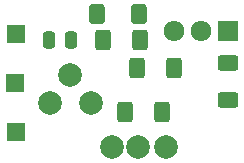
<source format=gbr>
%TF.GenerationSoftware,KiCad,Pcbnew,9.0.5*%
%TF.CreationDate,2025-10-18T17:52:02+02:00*%
%TF.ProjectId,VAS_VE,5641535f-5645-42e6-9b69-6361645f7063,rev?*%
%TF.SameCoordinates,Original*%
%TF.FileFunction,Soldermask,Bot*%
%TF.FilePolarity,Negative*%
%FSLAX46Y46*%
G04 Gerber Fmt 4.6, Leading zero omitted, Abs format (unit mm)*
G04 Created by KiCad (PCBNEW 9.0.5) date 2025-10-18 17:52:02*
%MOMM*%
%LPD*%
G01*
G04 APERTURE LIST*
G04 Aperture macros list*
%AMRoundRect*
0 Rectangle with rounded corners*
0 $1 Rounding radius*
0 $2 $3 $4 $5 $6 $7 $8 $9 X,Y pos of 4 corners*
0 Add a 4 corners polygon primitive as box body*
4,1,4,$2,$3,$4,$5,$6,$7,$8,$9,$2,$3,0*
0 Add four circle primitives for the rounded corners*
1,1,$1+$1,$2,$3*
1,1,$1+$1,$4,$5*
1,1,$1+$1,$6,$7*
1,1,$1+$1,$8,$9*
0 Add four rect primitives between the rounded corners*
20,1,$1+$1,$2,$3,$4,$5,0*
20,1,$1+$1,$4,$5,$6,$7,0*
20,1,$1+$1,$6,$7,$8,$9,0*
20,1,$1+$1,$8,$9,$2,$3,0*%
G04 Aperture macros list end*
%ADD10C,2.000000*%
%ADD11RoundRect,0.250000X0.400000X0.625000X-0.400000X0.625000X-0.400000X-0.625000X0.400000X-0.625000X0*%
%ADD12RoundRect,0.250000X-0.400000X-0.625000X0.400000X-0.625000X0.400000X0.625000X-0.400000X0.625000X0*%
%ADD13RoundRect,0.250000X-0.550000X-0.550000X0.550000X-0.550000X0.550000X0.550000X-0.550000X0.550000X0*%
%ADD14R,1.710000X1.800000*%
%ADD15O,1.710000X1.800000*%
%ADD16RoundRect,0.250000X0.625000X-0.400000X0.625000X0.400000X-0.625000X0.400000X-0.625000X-0.400000X0*%
%ADD17RoundRect,0.250000X0.400000X0.600000X-0.400000X0.600000X-0.400000X-0.600000X0.400000X-0.600000X0*%
%ADD18RoundRect,0.250000X0.250000X0.475000X-0.250000X0.475000X-0.250000X-0.475000X0.250000X-0.475000X0*%
G04 APERTURE END LIST*
D10*
%TO.C,J1*%
X151915000Y-137825000D03*
X154175000Y-137825000D03*
X156515000Y-137825000D03*
%TD*%
D11*
%TO.C,R2*%
X157175000Y-131150000D03*
X154075000Y-131150000D03*
%TD*%
D12*
%TO.C,R1*%
X151175000Y-128775000D03*
X154275000Y-128775000D03*
%TD*%
D11*
%TO.C,R4*%
X156175000Y-134800000D03*
X153075000Y-134800000D03*
%TD*%
D13*
%TO.C,H2*%
X143750000Y-132350000D03*
%TD*%
%TO.C,H1*%
X143800000Y-128250000D03*
%TD*%
D14*
%TO.C,Q1*%
X161780000Y-127975000D03*
D15*
X159500000Y-127975000D03*
X157220000Y-127975000D03*
%TD*%
D16*
%TO.C,R3*%
X161750000Y-133800000D03*
X161750000Y-130700000D03*
%TD*%
D17*
%TO.C,D1*%
X154200000Y-126500000D03*
X150700000Y-126500000D03*
%TD*%
D18*
%TO.C,C2*%
X148500000Y-128700000D03*
X146600000Y-128700000D03*
%TD*%
D13*
%TO.C,H3*%
X143800000Y-136550000D03*
%TD*%
D10*
%TO.C,Q2*%
X150200000Y-134100000D03*
X148400000Y-131700000D03*
X146700000Y-134100000D03*
%TD*%
M02*

</source>
